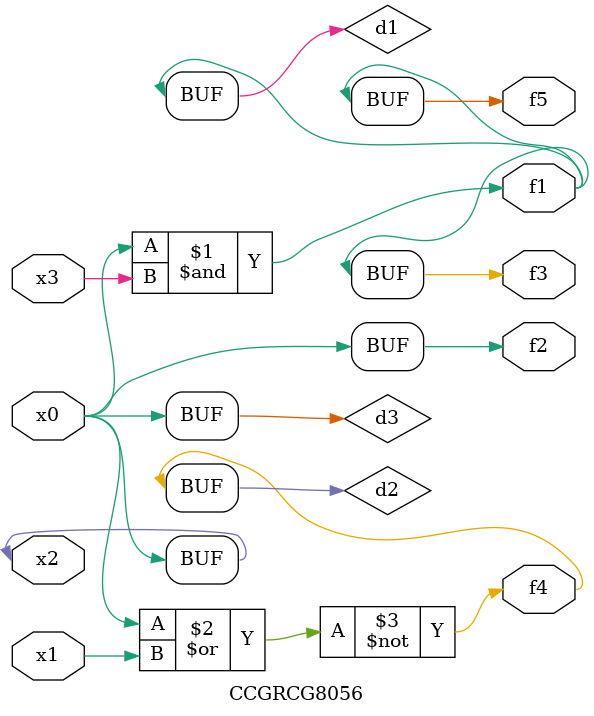
<source format=v>
module CCGRCG8056(
	input x0, x1, x2, x3,
	output f1, f2, f3, f4, f5
);

	wire d1, d2, d3;

	and (d1, x2, x3);
	nor (d2, x0, x1);
	buf (d3, x0, x2);
	assign f1 = d1;
	assign f2 = d3;
	assign f3 = d1;
	assign f4 = d2;
	assign f5 = d1;
endmodule

</source>
